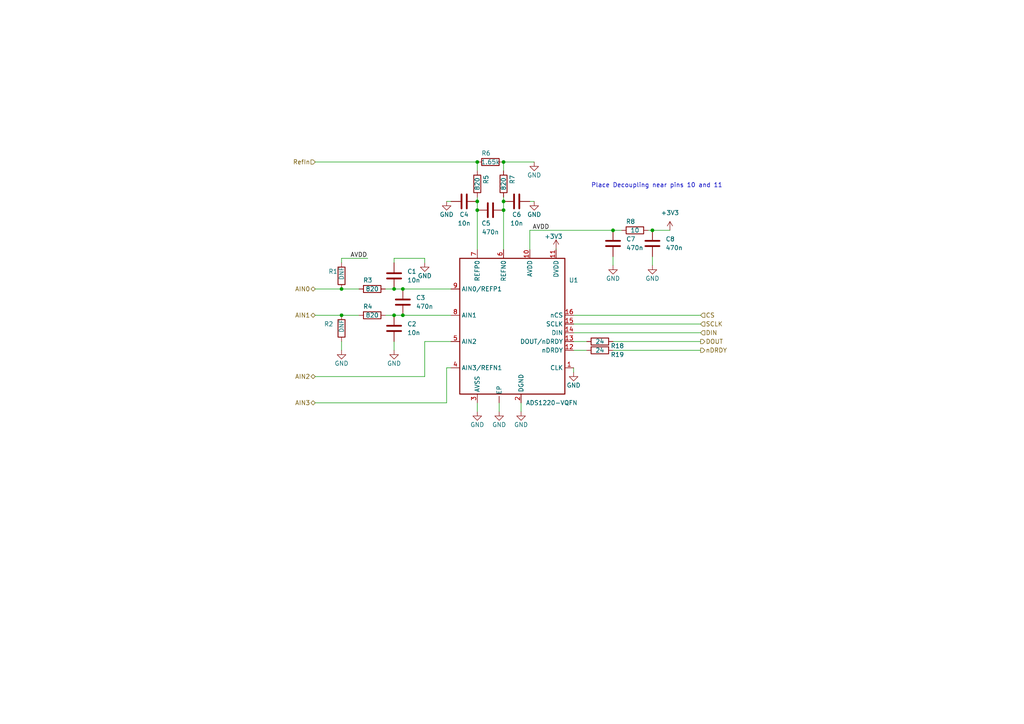
<source format=kicad_sch>
(kicad_sch (version 20230121) (generator eeschema)

  (uuid f8130196-590d-4e55-89ab-5974b036027f)

  (paper "A4")

  (lib_symbols
    (symbol "Device:C" (pin_numbers hide) (pin_names (offset 0.254)) (in_bom yes) (on_board yes)
      (property "Reference" "C" (at 0.635 2.54 0)
        (effects (font (size 1.27 1.27)) (justify left))
      )
      (property "Value" "C" (at 0.635 -2.54 0)
        (effects (font (size 1.27 1.27)) (justify left))
      )
      (property "Footprint" "" (at 0.9652 -3.81 0)
        (effects (font (size 1.27 1.27)) hide)
      )
      (property "Datasheet" "~" (at 0 0 0)
        (effects (font (size 1.27 1.27)) hide)
      )
      (property "ki_keywords" "cap capacitor" (at 0 0 0)
        (effects (font (size 1.27 1.27)) hide)
      )
      (property "ki_description" "Unpolarized capacitor" (at 0 0 0)
        (effects (font (size 1.27 1.27)) hide)
      )
      (property "ki_fp_filters" "C_*" (at 0 0 0)
        (effects (font (size 1.27 1.27)) hide)
      )
      (symbol "C_0_1"
        (polyline
          (pts
            (xy -2.032 -0.762)
            (xy 2.032 -0.762)
          )
          (stroke (width 0.508) (type default))
          (fill (type none))
        )
        (polyline
          (pts
            (xy -2.032 0.762)
            (xy 2.032 0.762)
          )
          (stroke (width 0.508) (type default))
          (fill (type none))
        )
      )
      (symbol "C_1_1"
        (pin passive line (at 0 3.81 270) (length 2.794)
          (name "~" (effects (font (size 1.27 1.27))))
          (number "1" (effects (font (size 1.27 1.27))))
        )
        (pin passive line (at 0 -3.81 90) (length 2.794)
          (name "~" (effects (font (size 1.27 1.27))))
          (number "2" (effects (font (size 1.27 1.27))))
        )
      )
    )
    (symbol "Device:R" (pin_numbers hide) (pin_names (offset 0)) (in_bom yes) (on_board yes)
      (property "Reference" "R" (at 2.032 0 90)
        (effects (font (size 1.27 1.27)))
      )
      (property "Value" "R" (at 0 0 90)
        (effects (font (size 1.27 1.27)))
      )
      (property "Footprint" "" (at -1.778 0 90)
        (effects (font (size 1.27 1.27)) hide)
      )
      (property "Datasheet" "~" (at 0 0 0)
        (effects (font (size 1.27 1.27)) hide)
      )
      (property "ki_keywords" "R res resistor" (at 0 0 0)
        (effects (font (size 1.27 1.27)) hide)
      )
      (property "ki_description" "Resistor" (at 0 0 0)
        (effects (font (size 1.27 1.27)) hide)
      )
      (property "ki_fp_filters" "R_*" (at 0 0 0)
        (effects (font (size 1.27 1.27)) hide)
      )
      (symbol "R_0_1"
        (rectangle (start -1.016 -2.54) (end 1.016 2.54)
          (stroke (width 0.254) (type default))
          (fill (type none))
        )
      )
      (symbol "R_1_1"
        (pin passive line (at 0 3.81 270) (length 1.27)
          (name "~" (effects (font (size 1.27 1.27))))
          (number "1" (effects (font (size 1.27 1.27))))
        )
        (pin passive line (at 0 -3.81 90) (length 1.27)
          (name "~" (effects (font (size 1.27 1.27))))
          (number "2" (effects (font (size 1.27 1.27))))
        )
      )
    )
    (symbol "NoSim:ADS1220-VQFN" (in_bom yes) (on_board yes)
      (property "Reference" "U" (at 33.02 36.83 0)
        (effects (font (size 1.27 1.27)))
      )
      (property "Value" "ADS1220-VQFN" (at 39.37 34.29 0)
        (effects (font (size 1.27 1.27)))
      )
      (property "Footprint" "" (at 1.27 -2.54 0)
        (effects (font (size 1.27 1.27)) hide)
      )
      (property "Datasheet" "" (at 1.27 -2.54 0)
        (effects (font (size 1.27 1.27)) hide)
      )
      (symbol "ADS1220-VQFN_0_1"
        (rectangle (start 0 39.37) (end 30.48 0)
          (stroke (width 0.3) (type default))
          (fill (type none))
        )
      )
      (symbol "ADS1220-VQFN_1_1"
        (pin input line (at 33.02 7.62 180) (length 2.54)
          (name "CLK" (effects (font (size 1.27 1.27))))
          (number "1" (effects (font (size 1.27 1.27))))
        )
        (pin power_in line (at 20.32 41.91 270) (length 2.54)
          (name "AVDD" (effects (font (size 1.27 1.27))))
          (number "10" (effects (font (size 1.27 1.27))))
        )
        (pin power_in line (at 27.94 41.91 270) (length 2.54)
          (name "DVDD" (effects (font (size 1.27 1.27))))
          (number "11" (effects (font (size 1.27 1.27))))
        )
        (pin output line (at 33.02 12.7 180) (length 2.54)
          (name "nDRDY" (effects (font (size 1.27 1.27))))
          (number "12" (effects (font (size 1.27 1.27))))
        )
        (pin output line (at 33.02 15.24 180) (length 2.54)
          (name "DOUT/nDRDY" (effects (font (size 1.27 1.27))))
          (number "13" (effects (font (size 1.27 1.27))))
        )
        (pin input line (at 33.02 17.78 180) (length 2.54)
          (name "DIN" (effects (font (size 1.27 1.27))))
          (number "14" (effects (font (size 1.27 1.27))))
        )
        (pin input line (at 33.02 20.32 180) (length 2.54)
          (name "SCLK" (effects (font (size 1.27 1.27))))
          (number "15" (effects (font (size 1.27 1.27))))
        )
        (pin input line (at 33.02 22.86 180) (length 2.54)
          (name "nCS" (effects (font (size 1.27 1.27))))
          (number "16" (effects (font (size 1.27 1.27))))
        )
        (pin passive line (at 11.43 -2.54 90) (length 1.9)
          (name "EP" (effects (font (size 1.27 1.27))))
          (number "17" (effects (font (size 0 0))))
        )
        (pin power_in line (at 17.78 -2.54 90) (length 2.54)
          (name "DGND" (effects (font (size 1.27 1.27))))
          (number "2" (effects (font (size 1.27 1.27))))
        )
        (pin power_in line (at 5.08 -2.54 90) (length 2.54)
          (name "AVSS" (effects (font (size 1.27 1.27))))
          (number "3" (effects (font (size 1.27 1.27))))
        )
        (pin bidirectional line (at -2.54 7.62 0) (length 2.54)
          (name "AIN3/REFN1" (effects (font (size 1.27 1.27))))
          (number "4" (effects (font (size 1.27 1.27))))
        )
        (pin bidirectional line (at -2.54 15.24 0) (length 2.54)
          (name "AIN2" (effects (font (size 1.27 1.27))))
          (number "5" (effects (font (size 1.27 1.27))))
        )
        (pin input line (at 12.7 41.91 270) (length 2.54)
          (name "REFN0" (effects (font (size 1.27 1.27))))
          (number "6" (effects (font (size 1.27 1.27))))
        )
        (pin input line (at 5.08 41.91 270) (length 2.54)
          (name "REFP0" (effects (font (size 1.27 1.27))))
          (number "7" (effects (font (size 1.27 1.27))))
        )
        (pin bidirectional line (at -2.54 22.86 0) (length 2.54)
          (name "AIN1" (effects (font (size 1.27 1.27))))
          (number "8" (effects (font (size 1.27 1.27))))
        )
        (pin bidirectional line (at -2.54 30.48 0) (length 2.54)
          (name "AIN0/REFP1" (effects (font (size 1.27 1.27))))
          (number "9" (effects (font (size 1.27 1.27))))
        )
      )
    )
    (symbol "power:+3V3" (power) (pin_names (offset 0)) (in_bom yes) (on_board yes)
      (property "Reference" "#PWR" (at 0 -3.81 0)
        (effects (font (size 1.27 1.27)) hide)
      )
      (property "Value" "+3V3" (at 0 3.556 0)
        (effects (font (size 1.27 1.27)))
      )
      (property "Footprint" "" (at 0 0 0)
        (effects (font (size 1.27 1.27)) hide)
      )
      (property "Datasheet" "" (at 0 0 0)
        (effects (font (size 1.27 1.27)) hide)
      )
      (property "ki_keywords" "power-flag" (at 0 0 0)
        (effects (font (size 1.27 1.27)) hide)
      )
      (property "ki_description" "Power symbol creates a global label with name \"+3V3\"" (at 0 0 0)
        (effects (font (size 1.27 1.27)) hide)
      )
      (symbol "+3V3_0_1"
        (polyline
          (pts
            (xy -0.762 1.27)
            (xy 0 2.54)
          )
          (stroke (width 0) (type default))
          (fill (type none))
        )
        (polyline
          (pts
            (xy 0 0)
            (xy 0 2.54)
          )
          (stroke (width 0) (type default))
          (fill (type none))
        )
        (polyline
          (pts
            (xy 0 2.54)
            (xy 0.762 1.27)
          )
          (stroke (width 0) (type default))
          (fill (type none))
        )
      )
      (symbol "+3V3_1_1"
        (pin power_in line (at 0 0 90) (length 0) hide
          (name "+3V3" (effects (font (size 1.27 1.27))))
          (number "1" (effects (font (size 1.27 1.27))))
        )
      )
    )
    (symbol "power:GND" (power) (pin_names (offset 0)) (in_bom yes) (on_board yes)
      (property "Reference" "#PWR" (at 0 -6.35 0)
        (effects (font (size 1.27 1.27)) hide)
      )
      (property "Value" "GND" (at 0 -3.81 0)
        (effects (font (size 1.27 1.27)))
      )
      (property "Footprint" "" (at 0 0 0)
        (effects (font (size 1.27 1.27)) hide)
      )
      (property "Datasheet" "" (at 0 0 0)
        (effects (font (size 1.27 1.27)) hide)
      )
      (property "ki_keywords" "power-flag" (at 0 0 0)
        (effects (font (size 1.27 1.27)) hide)
      )
      (property "ki_description" "Power symbol creates a global label with name \"GND\" , ground" (at 0 0 0)
        (effects (font (size 1.27 1.27)) hide)
      )
      (symbol "GND_0_1"
        (polyline
          (pts
            (xy 0 0)
            (xy 0 -1.27)
            (xy 1.27 -1.27)
            (xy 0 -2.54)
            (xy -1.27 -1.27)
            (xy 0 -1.27)
          )
          (stroke (width 0) (type default))
          (fill (type none))
        )
      )
      (symbol "GND_1_1"
        (pin power_in line (at 0 0 270) (length 0) hide
          (name "GND" (effects (font (size 1.27 1.27))))
          (number "1" (effects (font (size 1.27 1.27))))
        )
      )
    )
  )

  (junction (at 189.23 66.802) (diameter 0) (color 0 0 0 0)
    (uuid 2d617fad-47fe-4db9-836a-4bceb9c31c3b)
  )
  (junction (at 116.84 91.44) (diameter 0) (color 0 0 0 0)
    (uuid 2e36ce87-4661-4b8f-956a-16dc559e1b50)
  )
  (junction (at 177.8 66.802) (diameter 0) (color 0 0 0 0)
    (uuid 33fbee4f-0863-4149-ba96-7e4e4e03f4d3)
  )
  (junction (at 146.05 58.42) (diameter 0) (color 0 0 0 0)
    (uuid 4688ff87-8262-46f4-ad96-b5f4e529cfa9)
  )
  (junction (at 146.05 60.96) (diameter 0) (color 0 0 0 0)
    (uuid 4d3a1f72-d521-46ae-8fe1-3f8221038335)
  )
  (junction (at 138.43 60.96) (diameter 0) (color 0 0 0 0)
    (uuid 5b70b09b-6762-4725-9d48-805300c0bdc8)
  )
  (junction (at 116.84 83.82) (diameter 0) (color 0 0 0 0)
    (uuid 6316acb7-63a1-40e7-8695-2822d4a240b5)
  )
  (junction (at 114.3 83.82) (diameter 0) (color 0 0 0 0)
    (uuid 6ce41a48-c5e2-4d5f-8548-1c7b5c309a8a)
  )
  (junction (at 138.43 46.99) (diameter 0) (color 0 0 0 0)
    (uuid 6e9883d7-9642-4425-a248-b92a09f0624c)
  )
  (junction (at 146.05 46.99) (diameter 0) (color 0 0 0 0)
    (uuid 832b5a8c-7fe2-47ff-beee-cebf840750bb)
  )
  (junction (at 99.06 91.44) (diameter 0) (color 0 0 0 0)
    (uuid 843b53af-dd34-4db8-aa6b-5035b25affc7)
  )
  (junction (at 114.3 91.44) (diameter 0) (color 0 0 0 0)
    (uuid b66731e7-61d5-4447-bf6a-e91a62b82298)
  )
  (junction (at 99.06 83.82) (diameter 0) (color 0 0 0 0)
    (uuid c56bbebe-0c9a-418d-911e-b8ba7c53125d)
  )
  (junction (at 138.43 58.42) (diameter 0) (color 0 0 0 0)
    (uuid da337fe1-c322-4637-ad26-2622b82ac8ee)
  )

  (wire (pts (xy 114.3 74.93) (xy 123.19 74.93))
    (stroke (width 0) (type solid))
    (uuid 1276e93a-8aba-48fe-a119-5c49850aa548)
  )
  (wire (pts (xy 153.67 66.802) (xy 177.8 66.802))
    (stroke (width 0) (type default))
    (uuid 138e126f-0819-4043-8fbc-40894b5cbaf5)
  )
  (wire (pts (xy 166.37 106.68) (xy 166.37 107.95))
    (stroke (width 0) (type solid))
    (uuid 15c642f9-1dfc-44da-bda3-a1f64d515f2c)
  )
  (wire (pts (xy 99.06 99.06) (xy 99.06 101.6))
    (stroke (width 0) (type solid))
    (uuid 1cb7b7d3-fc12-44e9-9cfb-919ef19c1ff8)
  )
  (wire (pts (xy 129.54 58.42) (xy 130.81 58.42))
    (stroke (width 0) (type solid))
    (uuid 2269ee01-c3bb-4aae-9ad2-2547ab3278ac)
  )
  (wire (pts (xy 91.44 83.82) (xy 99.06 83.82))
    (stroke (width 0) (type solid))
    (uuid 26dba6ff-cf61-4c0c-bad5-562241a33413)
  )
  (wire (pts (xy 99.06 83.82) (xy 104.14 83.82))
    (stroke (width 0) (type solid))
    (uuid 26dba6ff-cf61-4c0c-bad5-562241a33414)
  )
  (wire (pts (xy 146.05 60.96) (xy 146.05 72.39))
    (stroke (width 0) (type solid))
    (uuid 2b8bb337-e97b-49bf-8086-6c45da9e1fc9)
  )
  (wire (pts (xy 146.05 57.15) (xy 146.05 58.42))
    (stroke (width 0) (type solid))
    (uuid 2b8bb337-e97b-49bf-8086-6c45da9e1fca)
  )
  (wire (pts (xy 146.05 58.42) (xy 146.05 60.96))
    (stroke (width 0) (type solid))
    (uuid 2b8bb337-e97b-49bf-8086-6c45da9e1fcb)
  )
  (wire (pts (xy 177.8 66.802) (xy 180.34 66.802))
    (stroke (width 0) (type default))
    (uuid 2e67e76d-c09c-4700-b0ae-937d329281af)
  )
  (wire (pts (xy 123.19 74.93) (xy 123.19 76.2))
    (stroke (width 0) (type default))
    (uuid 357aa510-2cc0-4ec7-be67-6dc15a218cca)
  )
  (wire (pts (xy 138.43 46.99) (xy 138.43 49.53))
    (stroke (width 0) (type solid))
    (uuid 36d9916b-6994-4836-b49c-8605e1a55791)
  )
  (wire (pts (xy 91.44 46.99) (xy 138.43 46.99))
    (stroke (width 0) (type solid))
    (uuid 3a32ad8e-c779-44aa-8605-3e36303c3c47)
  )
  (wire (pts (xy 111.76 91.44) (xy 114.3 91.44))
    (stroke (width 0) (type solid))
    (uuid 3ad737ee-1b15-416e-bbfe-0d7fdf0fbfd2)
  )
  (wire (pts (xy 114.3 91.44) (xy 116.84 91.44))
    (stroke (width 0) (type solid))
    (uuid 3ad737ee-1b15-416e-bbfe-0d7fdf0fbfd3)
  )
  (wire (pts (xy 153.67 66.802) (xy 153.67 72.39))
    (stroke (width 0) (type default))
    (uuid 400e7a9b-60fe-4cf2-8e58-f5ffaba02e75)
  )
  (wire (pts (xy 161.29 72.136) (xy 161.29 72.39))
    (stroke (width 0) (type default))
    (uuid 43873f96-ec24-4773-a281-ff180aa852f1)
  )
  (wire (pts (xy 114.3 74.93) (xy 114.3 76.2))
    (stroke (width 0) (type default))
    (uuid 58050e11-6303-45ff-9689-20c954c9a293)
  )
  (wire (pts (xy 177.8 74.422) (xy 177.8 76.962))
    (stroke (width 0) (type solid))
    (uuid 5bb0b14b-8580-43ef-90de-9a69646f1642)
  )
  (wire (pts (xy 189.23 74.422) (xy 189.23 76.962))
    (stroke (width 0) (type solid))
    (uuid 5d81458e-6f32-4179-a13a-bfbbeea46f2c)
  )
  (wire (pts (xy 111.76 83.82) (xy 114.3 83.82))
    (stroke (width 0) (type solid))
    (uuid 6550e30f-f03d-4f78-a2fc-c4569ed497d4)
  )
  (wire (pts (xy 114.3 83.82) (xy 116.84 83.82))
    (stroke (width 0) (type solid))
    (uuid 6550e30f-f03d-4f78-a2fc-c4569ed497d5)
  )
  (wire (pts (xy 146.05 46.99) (xy 154.94 46.99))
    (stroke (width 0) (type solid))
    (uuid 6998dffe-472f-492b-bc5b-cac8388a81e6)
  )
  (wire (pts (xy 189.23 66.802) (xy 194.31 66.802))
    (stroke (width 0) (type solid))
    (uuid 6ae16b51-c2e5-4d7a-8026-727739dc120d)
  )
  (wire (pts (xy 187.96 66.802) (xy 189.23 66.802))
    (stroke (width 0) (type solid))
    (uuid 6ae16b51-c2e5-4d7a-8026-727739dc120e)
  )
  (wire (pts (xy 91.44 109.22) (xy 123.19 109.22))
    (stroke (width 0) (type solid))
    (uuid 71dac473-cb7c-4213-b716-3dd6558645ee)
  )
  (wire (pts (xy 123.19 99.06) (xy 123.19 109.22))
    (stroke (width 0) (type solid))
    (uuid 71dac473-cb7c-4213-b716-3dd6558645ef)
  )
  (wire (pts (xy 130.81 99.06) (xy 123.19 99.06))
    (stroke (width 0) (type solid))
    (uuid 71dac473-cb7c-4213-b716-3dd6558645f0)
  )
  (wire (pts (xy 166.37 96.52) (xy 203.2 96.52))
    (stroke (width 0) (type solid))
    (uuid 8029c576-4ab6-4e78-8f70-5eddb06f56b7)
  )
  (wire (pts (xy 166.37 99.06) (xy 170.18 99.06))
    (stroke (width 0) (type solid))
    (uuid 80512a37-3a80-4ad4-b601-2f5470e189d6)
  )
  (wire (pts (xy 177.8 99.06) (xy 203.2 99.06))
    (stroke (width 0) (type solid))
    (uuid 80512a37-3a80-4ad4-b601-2f5470e189d7)
  )
  (wire (pts (xy 166.37 101.6) (xy 170.18 101.6))
    (stroke (width 0) (type solid))
    (uuid 8230fb98-1d16-4a75-a7ca-38575be01992)
  )
  (wire (pts (xy 177.8 101.6) (xy 203.2 101.6))
    (stroke (width 0) (type solid))
    (uuid 8230fb98-1d16-4a75-a7ca-38575be01993)
  )
  (wire (pts (xy 116.84 83.82) (xy 130.81 83.82))
    (stroke (width 0) (type solid))
    (uuid 8364c350-7fbb-4c98-85bf-1db9d90471ce)
  )
  (wire (pts (xy 166.37 91.44) (xy 203.2 91.44))
    (stroke (width 0) (type solid))
    (uuid 8a93a1d5-d03e-4a9d-8e02-0e6f00ce3e18)
  )
  (wire (pts (xy 116.84 91.44) (xy 130.81 91.44))
    (stroke (width 0) (type solid))
    (uuid 8b0aa735-5d58-4591-b267-89e26585637c)
  )
  (wire (pts (xy 138.43 116.84) (xy 138.43 119.38))
    (stroke (width 0) (type solid))
    (uuid 8de9a368-fe3a-40d6-96c3-e9c00dec3ff6)
  )
  (wire (pts (xy 144.78 116.84) (xy 144.78 119.38))
    (stroke (width 0) (type solid))
    (uuid a78a2b98-33eb-4a34-8780-cbbbecead255)
  )
  (wire (pts (xy 153.67 58.42) (xy 154.94 58.42))
    (stroke (width 0) (type solid))
    (uuid aed26936-da68-439e-ad45-858bb2f89e43)
  )
  (wire (pts (xy 138.43 60.96) (xy 138.43 72.39))
    (stroke (width 0) (type solid))
    (uuid b18ab537-b51a-4114-9dbd-3dac066aa32a)
  )
  (wire (pts (xy 138.43 58.42) (xy 138.43 60.96))
    (stroke (width 0) (type solid))
    (uuid b18ab537-b51a-4114-9dbd-3dac066aa32b)
  )
  (wire (pts (xy 138.43 57.15) (xy 138.43 58.42))
    (stroke (width 0) (type solid))
    (uuid b18ab537-b51a-4114-9dbd-3dac066aa32c)
  )
  (wire (pts (xy 146.05 46.99) (xy 146.05 49.53))
    (stroke (width 0) (type solid))
    (uuid be6f4b81-21a9-42fe-b2d2-e65b15b8c602)
  )
  (wire (pts (xy 129.54 106.68) (xy 130.81 106.68))
    (stroke (width 0) (type solid))
    (uuid c10dbdec-fa75-49af-8a6f-4dd4e0949d78)
  )
  (wire (pts (xy 91.44 116.84) (xy 129.54 116.84))
    (stroke (width 0) (type solid))
    (uuid c10dbdec-fa75-49af-8a6f-4dd4e0949d79)
  )
  (wire (pts (xy 129.54 116.84) (xy 129.54 106.68))
    (stroke (width 0) (type solid))
    (uuid c10dbdec-fa75-49af-8a6f-4dd4e0949d7a)
  )
  (wire (pts (xy 114.3 99.06) (xy 114.3 101.6))
    (stroke (width 0) (type solid))
    (uuid cce6c7f4-1621-42c0-8ff8-5707b978ea5c)
  )
  (wire (pts (xy 151.13 116.84) (xy 151.13 119.38))
    (stroke (width 0) (type solid))
    (uuid d212bcad-782b-4830-9c91-02e5058419cd)
  )
  (wire (pts (xy 91.44 91.44) (xy 99.06 91.44))
    (stroke (width 0) (type solid))
    (uuid e863e504-851e-4167-a548-7ef416f2b011)
  )
  (wire (pts (xy 99.06 91.44) (xy 104.14 91.44))
    (stroke (width 0) (type solid))
    (uuid e863e504-851e-4167-a548-7ef416f2b012)
  )
  (wire (pts (xy 166.37 93.98) (xy 203.2 93.98))
    (stroke (width 0) (type solid))
    (uuid ead6f9b7-3f35-4a36-9bc4-bbbcd8d1b754)
  )
  (wire (pts (xy 99.06 76.2) (xy 99.06 74.93))
    (stroke (width 0) (type solid))
    (uuid f82d1f8f-33c5-4c51-94d8-7db9b2757eb7)
  )
  (wire (pts (xy 99.06 74.93) (xy 106.68 74.93))
    (stroke (width 0) (type solid))
    (uuid f82d1f8f-33c5-4c51-94d8-7db9b2757eb8)
  )

  (text "Place Decoupling near pins 10 and 11" (at 171.45 54.61 0)
    (effects (font (size 1.27 1.27)) (justify left bottom))
    (uuid d9ec1405-a15c-4ede-93be-091a34fdd93e)
  )

  (label "AVDD" (at 101.6 74.93 0) (fields_autoplaced)
    (effects (font (size 1.27 1.27)) (justify left bottom))
    (uuid 4c15895f-2625-4a82-b5cc-c232c14da983)
  )
  (label "AVDD" (at 154.432 66.802 0) (fields_autoplaced)
    (effects (font (size 1.27 1.27)) (justify left bottom))
    (uuid ef639e1a-3e07-4863-8125-855b7e31fe69)
  )

  (hierarchical_label "SCLK" (shape input) (at 203.2 93.98 0) (fields_autoplaced)
    (effects (font (size 1.27 1.27)) (justify left))
    (uuid 0a853fa6-7e60-4c7f-8e93-fb8748233716)
  )
  (hierarchical_label "AIN2" (shape bidirectional) (at 91.44 109.22 180) (fields_autoplaced)
    (effects (font (size 1.27 1.27)) (justify right))
    (uuid 14478b18-f785-4feb-971b-2b811586b568)
  )
  (hierarchical_label "nDRDY" (shape output) (at 203.2 101.6 0) (fields_autoplaced)
    (effects (font (size 1.27 1.27)) (justify left))
    (uuid 2b27de42-efe1-4ac8-8ca8-39fe1d9b16f7)
  )
  (hierarchical_label "RefIn" (shape input) (at 91.44 46.99 180) (fields_autoplaced)
    (effects (font (size 1.27 1.27)) (justify right))
    (uuid 4bffab13-106d-4566-babe-efc790a03227)
  )
  (hierarchical_label "AIN3" (shape bidirectional) (at 91.44 116.84 180) (fields_autoplaced)
    (effects (font (size 1.27 1.27)) (justify right))
    (uuid 72cace91-4542-4a0c-95ce-c0d1663527bc)
  )
  (hierarchical_label "AIN0" (shape bidirectional) (at 91.44 83.82 180) (fields_autoplaced)
    (effects (font (size 1.27 1.27)) (justify right))
    (uuid 89472111-f2f7-45f0-80b0-cf7f9433f5f9)
  )
  (hierarchical_label "CS" (shape input) (at 203.2 91.44 0) (fields_autoplaced)
    (effects (font (size 1.27 1.27)) (justify left))
    (uuid a159c44b-fdef-4f96-b6f7-ce6ea7bc2bfe)
  )
  (hierarchical_label "DIN" (shape input) (at 203.2 96.52 0) (fields_autoplaced)
    (effects (font (size 1.27 1.27)) (justify left))
    (uuid aa0d5c66-3757-4a06-8ee1-c454a54df0bc)
  )
  (hierarchical_label "AIN1" (shape bidirectional) (at 91.44 91.44 180) (fields_autoplaced)
    (effects (font (size 1.27 1.27)) (justify right))
    (uuid c51cbc4e-ba98-4fb6-aa11-97f94db9b81d)
  )
  (hierarchical_label "DOUT" (shape output) (at 203.2 99.06 0) (fields_autoplaced)
    (effects (font (size 1.27 1.27)) (justify left))
    (uuid d114d34a-366a-428b-8838-90f317dafaac)
  )

  (symbol (lib_id "power:+3V3") (at 161.29 72.136 0) (unit 1)
    (in_bom yes) (on_board yes) (dnp no)
    (uuid 021f26ce-9c5f-445b-8496-5d3adf7119b5)
    (property "Reference" "#PWR0106" (at 161.29 75.946 0)
      (effects (font (size 1.27 1.27)) hide)
    )
    (property "Value" "+3V3" (at 160.528 68.58 0)
      (effects (font (size 1.27 1.27)))
    )
    (property "Footprint" "" (at 161.29 72.136 0)
      (effects (font (size 1.27 1.27)) hide)
    )
    (property "Datasheet" "" (at 161.29 72.136 0)
      (effects (font (size 1.27 1.27)) hide)
    )
    (pin "1" (uuid ac551ad5-f394-434e-9b1e-a8fc0d9f76af))
    (instances
      (project "Thermal-Mint-HW"
        (path "/7dad3818-f54b-4af4-a4f7-79b6852b1ec8/60a0ac22-a2c4-49bb-9850-4c124eae32e8"
          (reference "#PWR0106") (unit 1)
        )
        (path "/7dad3818-f54b-4af4-a4f7-79b6852b1ec8/7b8bd6c3-114a-433d-a8eb-051e0acf6c68"
          (reference "#PWR0108") (unit 1)
        )
      )
    )
  )

  (symbol (lib_id "power:GND") (at 123.19 76.2 0) (unit 1)
    (in_bom yes) (on_board yes) (dnp no)
    (uuid 066cf347-4a1d-40be-94b2-264d5a658703)
    (property "Reference" "#PWR03" (at 123.19 82.55 0)
      (effects (font (size 1.27 1.27)) hide)
    )
    (property "Value" "GND" (at 123.19 80.01 0)
      (effects (font (size 1.27 1.27)))
    )
    (property "Footprint" "" (at 123.19 76.2 0)
      (effects (font (size 1.27 1.27)) hide)
    )
    (property "Datasheet" "" (at 123.19 76.2 0)
      (effects (font (size 1.27 1.27)) hide)
    )
    (pin "1" (uuid 8e149cdd-974f-4386-807a-0abdc96735a6))
    (instances
      (project "Thermal-Mint-HW"
        (path "/7dad3818-f54b-4af4-a4f7-79b6852b1ec8/60a0ac22-a2c4-49bb-9850-4c124eae32e8"
          (reference "#PWR03") (unit 1)
        )
        (path "/7dad3818-f54b-4af4-a4f7-79b6852b1ec8/7b8bd6c3-114a-433d-a8eb-051e0acf6c68"
          (reference "#PWR014") (unit 1)
        )
      )
    )
  )

  (symbol (lib_id "Device:R") (at 142.24 46.99 90) (unit 1)
    (in_bom yes) (on_board yes) (dnp no)
    (uuid 0f257978-9a83-48dc-92b9-bb51f4f85f83)
    (property "Reference" "R6" (at 140.97 44.45 90)
      (effects (font (size 1.27 1.27)))
    )
    (property "Value" "1.65k" (at 142.24 46.99 90)
      (effects (font (size 1.27 1.27)))
    )
    (property "Footprint" "Resistor_SMD:R_0603_1608Metric_Pad0.98x0.95mm_HandSolder" (at 142.24 48.768 90)
      (effects (font (size 1.27 1.27)) hide)
    )
    (property "Datasheet" "~" (at 142.24 46.99 0)
      (effects (font (size 1.27 1.27)) hide)
    )
    (pin "1" (uuid 6f77244b-57e7-432d-b061-9d4a1be6c5ab))
    (pin "2" (uuid 6335b2cb-07c6-4d27-b84f-44a8894530f5))
    (instances
      (project "Thermal-Mint-HW"
        (path "/7dad3818-f54b-4af4-a4f7-79b6852b1ec8/60a0ac22-a2c4-49bb-9850-4c124eae32e8"
          (reference "R6") (unit 1)
        )
        (path "/7dad3818-f54b-4af4-a4f7-79b6852b1ec8/7b8bd6c3-114a-433d-a8eb-051e0acf6c68"
          (reference "R14") (unit 1)
        )
      )
    )
  )

  (symbol (lib_id "power:GND") (at 99.06 101.6 0) (unit 1)
    (in_bom yes) (on_board yes) (dnp no)
    (uuid 13e74e37-50e9-45d2-a6d0-2c29fe6a4d54)
    (property "Reference" "#PWR01" (at 99.06 107.95 0)
      (effects (font (size 1.27 1.27)) hide)
    )
    (property "Value" "GND" (at 99.06 105.41 0)
      (effects (font (size 1.27 1.27)))
    )
    (property "Footprint" "" (at 99.06 101.6 0)
      (effects (font (size 1.27 1.27)) hide)
    )
    (property "Datasheet" "" (at 99.06 101.6 0)
      (effects (font (size 1.27 1.27)) hide)
    )
    (pin "1" (uuid 14c074ad-427b-441d-b18d-a293f732c796))
    (instances
      (project "Thermal-Mint-HW"
        (path "/7dad3818-f54b-4af4-a4f7-79b6852b1ec8/60a0ac22-a2c4-49bb-9850-4c124eae32e8"
          (reference "#PWR01") (unit 1)
        )
        (path "/7dad3818-f54b-4af4-a4f7-79b6852b1ec8/7b8bd6c3-114a-433d-a8eb-051e0acf6c68"
          (reference "#PWR012") (unit 1)
        )
      )
    )
  )

  (symbol (lib_id "Device:C") (at 116.84 87.63 0) (unit 1)
    (in_bom yes) (on_board yes) (dnp no) (fields_autoplaced)
    (uuid 223dc4a1-0c28-4150-a68a-4b1fec6698ea)
    (property "Reference" "C3" (at 120.65 86.3599 0)
      (effects (font (size 1.27 1.27)) (justify left))
    )
    (property "Value" "470n" (at 120.65 88.8999 0)
      (effects (font (size 1.27 1.27)) (justify left))
    )
    (property "Footprint" "Capacitor_SMD:C_0603_1608Metric_Pad1.08x0.95mm_HandSolder" (at 117.8052 91.44 0)
      (effects (font (size 1.27 1.27)) hide)
    )
    (property "Datasheet" "~" (at 116.84 87.63 0)
      (effects (font (size 1.27 1.27)) hide)
    )
    (pin "1" (uuid 269dbeb2-f441-4c18-a0a9-3780bc8c1e74))
    (pin "2" (uuid 9bedf222-d9b0-416c-9da3-8cc0d6317cdd))
    (instances
      (project "Thermal-Mint-HW"
        (path "/7dad3818-f54b-4af4-a4f7-79b6852b1ec8/60a0ac22-a2c4-49bb-9850-4c124eae32e8"
          (reference "C3") (unit 1)
        )
        (path "/7dad3818-f54b-4af4-a4f7-79b6852b1ec8/7b8bd6c3-114a-433d-a8eb-051e0acf6c68"
          (reference "C11") (unit 1)
        )
      )
    )
  )

  (symbol (lib_id "Device:R") (at 184.15 66.802 90) (unit 1)
    (in_bom yes) (on_board yes) (dnp no)
    (uuid 2d1e7956-a449-41f0-b052-0e25a99b913b)
    (property "Reference" "R8" (at 182.88 64.262 90)
      (effects (font (size 1.27 1.27)))
    )
    (property "Value" "10" (at 184.15 66.802 90)
      (effects (font (size 1.27 1.27)))
    )
    (property "Footprint" "Resistor_SMD:R_0603_1608Metric_Pad0.98x0.95mm_HandSolder" (at 184.15 68.58 90)
      (effects (font (size 1.27 1.27)) hide)
    )
    (property "Datasheet" "~" (at 184.15 66.802 0)
      (effects (font (size 1.27 1.27)) hide)
    )
    (pin "1" (uuid dd701530-5b49-431b-b129-2046240e611b))
    (pin "2" (uuid ad0fd33b-4c3c-4085-8f83-b5d7f0952fe8))
    (instances
      (project "Thermal-Mint-HW"
        (path "/7dad3818-f54b-4af4-a4f7-79b6852b1ec8/60a0ac22-a2c4-49bb-9850-4c124eae32e8"
          (reference "R8") (unit 1)
        )
        (path "/7dad3818-f54b-4af4-a4f7-79b6852b1ec8/7b8bd6c3-114a-433d-a8eb-051e0acf6c68"
          (reference "R16") (unit 1)
        )
      )
    )
  )

  (symbol (lib_id "power:GND") (at 138.43 119.38 0) (unit 1)
    (in_bom yes) (on_board yes) (dnp no)
    (uuid 32b2d348-f6ea-433b-87b8-6801a6185d69)
    (property "Reference" "#PWR05" (at 138.43 125.73 0)
      (effects (font (size 1.27 1.27)) hide)
    )
    (property "Value" "GND" (at 138.43 123.19 0)
      (effects (font (size 1.27 1.27)))
    )
    (property "Footprint" "" (at 138.43 119.38 0)
      (effects (font (size 1.27 1.27)) hide)
    )
    (property "Datasheet" "" (at 138.43 119.38 0)
      (effects (font (size 1.27 1.27)) hide)
    )
    (pin "1" (uuid eae9c156-135e-48dc-99d3-f45612e57ca2))
    (instances
      (project "Thermal-Mint-HW"
        (path "/7dad3818-f54b-4af4-a4f7-79b6852b1ec8/60a0ac22-a2c4-49bb-9850-4c124eae32e8"
          (reference "#PWR05") (unit 1)
        )
        (path "/7dad3818-f54b-4af4-a4f7-79b6852b1ec8/7b8bd6c3-114a-433d-a8eb-051e0acf6c68"
          (reference "#PWR016") (unit 1)
        )
      )
    )
  )

  (symbol (lib_id "Device:R") (at 107.95 91.44 90) (unit 1)
    (in_bom yes) (on_board yes) (dnp no)
    (uuid 34c64634-05cf-419b-8341-79fc6ec5f3d4)
    (property "Reference" "R4" (at 106.68 88.9 90)
      (effects (font (size 1.27 1.27)))
    )
    (property "Value" "820" (at 107.95 91.44 90)
      (effects (font (size 1.27 1.27)))
    )
    (property "Footprint" "Resistor_SMD:R_0603_1608Metric_Pad0.98x0.95mm_HandSolder" (at 107.95 93.218 90)
      (effects (font (size 1.27 1.27)) hide)
    )
    (property "Datasheet" "~" (at 107.95 91.44 0)
      (effects (font (size 1.27 1.27)) hide)
    )
    (pin "1" (uuid 844465b9-c537-4312-b9c3-d3802e6c4bcd))
    (pin "2" (uuid 6b118e01-af92-4c85-98d5-1579846dc612))
    (instances
      (project "Thermal-Mint-HW"
        (path "/7dad3818-f54b-4af4-a4f7-79b6852b1ec8/60a0ac22-a2c4-49bb-9850-4c124eae32e8"
          (reference "R4") (unit 1)
        )
        (path "/7dad3818-f54b-4af4-a4f7-79b6852b1ec8/7b8bd6c3-114a-433d-a8eb-051e0acf6c68"
          (reference "R12") (unit 1)
        )
      )
    )
  )

  (symbol (lib_id "Device:C") (at 134.62 58.42 270) (unit 1)
    (in_bom yes) (on_board yes) (dnp no)
    (uuid 3ec59101-37fe-4c12-8781-f8a6d85b0b45)
    (property "Reference" "C4" (at 134.62 62.23 90)
      (effects (font (size 1.27 1.27)))
    )
    (property "Value" "10n" (at 134.62 64.77 90)
      (effects (font (size 1.27 1.27)))
    )
    (property "Footprint" "Capacitor_SMD:C_0603_1608Metric_Pad1.08x0.95mm_HandSolder" (at 130.81 59.3852 0)
      (effects (font (size 1.27 1.27)) hide)
    )
    (property "Datasheet" "~" (at 134.62 58.42 0)
      (effects (font (size 1.27 1.27)) hide)
    )
    (pin "1" (uuid 3038f14a-2804-4cdf-bd7f-0ed24821130f))
    (pin "2" (uuid a4feb9db-4fde-4968-b87e-971945cfa255))
    (instances
      (project "Thermal-Mint-HW"
        (path "/7dad3818-f54b-4af4-a4f7-79b6852b1ec8/60a0ac22-a2c4-49bb-9850-4c124eae32e8"
          (reference "C4") (unit 1)
        )
        (path "/7dad3818-f54b-4af4-a4f7-79b6852b1ec8/7b8bd6c3-114a-433d-a8eb-051e0acf6c68"
          (reference "C12") (unit 1)
        )
      )
    )
  )

  (symbol (lib_id "power:GND") (at 144.78 119.38 0) (unit 1)
    (in_bom yes) (on_board yes) (dnp no)
    (uuid 403ec8ab-20a3-41b6-863b-9aaf29a32341)
    (property "Reference" "#PWR0101" (at 144.78 125.73 0)
      (effects (font (size 1.27 1.27)) hide)
    )
    (property "Value" "GND" (at 144.78 123.19 0)
      (effects (font (size 1.27 1.27)))
    )
    (property "Footprint" "" (at 144.78 119.38 0)
      (effects (font (size 1.27 1.27)) hide)
    )
    (property "Datasheet" "" (at 144.78 119.38 0)
      (effects (font (size 1.27 1.27)) hide)
    )
    (pin "1" (uuid 588f331a-d579-4130-9dad-afd67ecc6f00))
    (instances
      (project "Thermal-Mint-HW"
        (path "/7dad3818-f54b-4af4-a4f7-79b6852b1ec8/60a0ac22-a2c4-49bb-9850-4c124eae32e8"
          (reference "#PWR0101") (unit 1)
        )
        (path "/7dad3818-f54b-4af4-a4f7-79b6852b1ec8/7b8bd6c3-114a-433d-a8eb-051e0acf6c68"
          (reference "#PWR0102") (unit 1)
        )
      )
    )
  )

  (symbol (lib_id "Device:C") (at 114.3 95.25 0) (unit 1)
    (in_bom yes) (on_board yes) (dnp no) (fields_autoplaced)
    (uuid 43d1bf86-21e1-492e-8286-82c1ef14842b)
    (property "Reference" "C2" (at 118.11 93.9799 0)
      (effects (font (size 1.27 1.27)) (justify left))
    )
    (property "Value" "10n" (at 118.11 96.5199 0)
      (effects (font (size 1.27 1.27)) (justify left))
    )
    (property "Footprint" "Capacitor_SMD:C_0603_1608Metric_Pad1.08x0.95mm_HandSolder" (at 115.2652 99.06 0)
      (effects (font (size 1.27 1.27)) hide)
    )
    (property "Datasheet" "~" (at 114.3 95.25 0)
      (effects (font (size 1.27 1.27)) hide)
    )
    (pin "1" (uuid 7e5c68c3-3b9d-4038-bd61-40e00abadc0d))
    (pin "2" (uuid d1838b93-aaa0-4d45-836f-b6760c5b9573))
    (instances
      (project "Thermal-Mint-HW"
        (path "/7dad3818-f54b-4af4-a4f7-79b6852b1ec8/60a0ac22-a2c4-49bb-9850-4c124eae32e8"
          (reference "C2") (unit 1)
        )
        (path "/7dad3818-f54b-4af4-a4f7-79b6852b1ec8/7b8bd6c3-114a-433d-a8eb-051e0acf6c68"
          (reference "C10") (unit 1)
        )
      )
    )
  )

  (symbol (lib_id "power:GND") (at 177.8 76.962 0) (unit 1)
    (in_bom yes) (on_board yes) (dnp no)
    (uuid 530a29d0-0a62-4335-9da1-677508cc0410)
    (property "Reference" "#PWR010" (at 177.8 83.312 0)
      (effects (font (size 1.27 1.27)) hide)
    )
    (property "Value" "GND" (at 177.8 80.772 0)
      (effects (font (size 1.27 1.27)))
    )
    (property "Footprint" "" (at 177.8 76.962 0)
      (effects (font (size 1.27 1.27)) hide)
    )
    (property "Datasheet" "" (at 177.8 76.962 0)
      (effects (font (size 1.27 1.27)) hide)
    )
    (pin "1" (uuid 9ea081ea-a450-4451-be6d-652fed60f9f3))
    (instances
      (project "Thermal-Mint-HW"
        (path "/7dad3818-f54b-4af4-a4f7-79b6852b1ec8/60a0ac22-a2c4-49bb-9850-4c124eae32e8"
          (reference "#PWR010") (unit 1)
        )
        (path "/7dad3818-f54b-4af4-a4f7-79b6852b1ec8/7b8bd6c3-114a-433d-a8eb-051e0acf6c68"
          (reference "#PWR021") (unit 1)
        )
      )
    )
  )

  (symbol (lib_id "power:GND") (at 166.37 107.95 0) (unit 1)
    (in_bom yes) (on_board yes) (dnp no)
    (uuid 661cae82-1534-4e45-b3d5-5026cffb8ae3)
    (property "Reference" "#PWR09" (at 166.37 114.3 0)
      (effects (font (size 1.27 1.27)) hide)
    )
    (property "Value" "GND" (at 166.37 111.76 0)
      (effects (font (size 1.27 1.27)))
    )
    (property "Footprint" "" (at 166.37 107.95 0)
      (effects (font (size 1.27 1.27)) hide)
    )
    (property "Datasheet" "" (at 166.37 107.95 0)
      (effects (font (size 1.27 1.27)) hide)
    )
    (pin "1" (uuid e2913a73-6fa6-46b1-9f8e-13498f48b2d2))
    (instances
      (project "Thermal-Mint-HW"
        (path "/7dad3818-f54b-4af4-a4f7-79b6852b1ec8/60a0ac22-a2c4-49bb-9850-4c124eae32e8"
          (reference "#PWR09") (unit 1)
        )
        (path "/7dad3818-f54b-4af4-a4f7-79b6852b1ec8/7b8bd6c3-114a-433d-a8eb-051e0acf6c68"
          (reference "#PWR020") (unit 1)
        )
      )
    )
  )

  (symbol (lib_id "NoSim:ADS1220-VQFN") (at 133.35 114.3 0) (unit 1)
    (in_bom yes) (on_board yes) (dnp no)
    (uuid 758fbb26-35e0-4d82-b17a-b13eb43057a4)
    (property "Reference" "U1" (at 166.37 81.28 0)
      (effects (font (size 1.27 1.27)))
    )
    (property "Value" "ADS1220-VQFN" (at 160.02 116.84 0)
      (effects (font (size 1.27 1.27)))
    )
    (property "Footprint" "CH:QFN-16_EP_3.5x3.5_Pitch0.5mm" (at 134.62 116.84 0)
      (effects (font (size 1.27 1.27)) hide)
    )
    (property "Datasheet" "" (at 134.62 116.84 0)
      (effects (font (size 1.27 1.27)) hide)
    )
    (pin "1" (uuid 4c0f03e9-fcde-4651-b16a-114f0009aaa7))
    (pin "10" (uuid 118c856b-410c-448b-90c5-f4b5da6398e0))
    (pin "11" (uuid bdf6f0e4-edee-4f0d-b6ca-caa57dbe16fc))
    (pin "12" (uuid b06d94cb-6b46-4981-bed4-709ec3b620d3))
    (pin "13" (uuid 757d5cf2-57b0-4a3e-85c4-f352ac00290f))
    (pin "14" (uuid a4f884be-c818-42ca-a5c3-e545cab3dbdc))
    (pin "15" (uuid 0526789e-3825-411a-9e27-5628aecb70fb))
    (pin "16" (uuid ed733121-b7cf-4737-8822-76922c01dd31))
    (pin "17" (uuid d7856338-42b3-4d90-ac55-fb3f1f49247c))
    (pin "2" (uuid 01388c5d-a8bc-4290-bdf8-6496c60314af))
    (pin "3" (uuid 74a3aa09-f163-4eaa-9517-8b2dc8fc279d))
    (pin "4" (uuid 4e7415c9-f64d-4d63-b762-2a2e48eb8eaf))
    (pin "5" (uuid 9a3504d5-0c4b-4a4d-94f4-61e5d87bf704))
    (pin "6" (uuid 059765a7-e4e4-457d-a4b7-17af3eaeeb37))
    (pin "7" (uuid f4d1eed2-2c81-48f9-a985-88d83f47d451))
    (pin "8" (uuid 32488e51-98ca-4e5b-a10c-496a60a19761))
    (pin "9" (uuid ad2ae01f-d419-47c7-988c-5e1b6f0a5fee))
    (instances
      (project "Thermal-Mint-HW"
        (path "/7dad3818-f54b-4af4-a4f7-79b6852b1ec8/60a0ac22-a2c4-49bb-9850-4c124eae32e8"
          (reference "U1") (unit 1)
        )
        (path "/7dad3818-f54b-4af4-a4f7-79b6852b1ec8/7b8bd6c3-114a-433d-a8eb-051e0acf6c68"
          (reference "U2") (unit 1)
        )
      )
    )
  )

  (symbol (lib_id "Device:R") (at 173.99 99.06 90) (unit 1)
    (in_bom yes) (on_board yes) (dnp no)
    (uuid 78cbc161-81a1-47f6-9f1d-bf56fd81ceeb)
    (property "Reference" "R18" (at 179.07 100.33 90)
      (effects (font (size 1.27 1.27)))
    )
    (property "Value" "24" (at 173.99 99.06 90)
      (effects (font (size 1.27 1.27)))
    )
    (property "Footprint" "Resistor_SMD:R_0603_1608Metric_Pad0.98x0.95mm_HandSolder" (at 173.99 100.838 90)
      (effects (font (size 1.27 1.27)) hide)
    )
    (property "Datasheet" "~" (at 173.99 99.06 0)
      (effects (font (size 1.27 1.27)) hide)
    )
    (pin "1" (uuid f33d7ba8-a71d-4633-987a-2614b8d6166d))
    (pin "2" (uuid bf87d0b4-018a-4f54-8403-6ff0d697d8ed))
    (instances
      (project "Thermal-Mint-HW"
        (path "/7dad3818-f54b-4af4-a4f7-79b6852b1ec8/60a0ac22-a2c4-49bb-9850-4c124eae32e8"
          (reference "R18") (unit 1)
        )
        (path "/7dad3818-f54b-4af4-a4f7-79b6852b1ec8/7b8bd6c3-114a-433d-a8eb-051e0acf6c68"
          (reference "R20") (unit 1)
        )
      )
    )
  )

  (symbol (lib_id "Device:R") (at 99.06 80.01 0) (unit 1)
    (in_bom yes) (on_board yes) (dnp no)
    (uuid 7c32f7f1-6237-4044-a271-011bd5bf6812)
    (property "Reference" "R1" (at 95.25 78.7399 0)
      (effects (font (size 1.27 1.27)) (justify left))
    )
    (property "Value" "DNF" (at 99.06 81.2799 90)
      (effects (font (size 1.27 1.27)) (justify left))
    )
    (property "Footprint" "Resistor_SMD:R_0603_1608Metric_Pad0.98x0.95mm_HandSolder" (at 97.282 80.01 90)
      (effects (font (size 1.27 1.27)) hide)
    )
    (property "Datasheet" "~" (at 99.06 80.01 0)
      (effects (font (size 1.27 1.27)) hide)
    )
    (pin "1" (uuid 8b40b835-1572-413d-a8af-e7a693aeb084))
    (pin "2" (uuid ccbcfbca-7090-4d16-a7a5-6332b40ff36e))
    (instances
      (project "Thermal-Mint-HW"
        (path "/7dad3818-f54b-4af4-a4f7-79b6852b1ec8/60a0ac22-a2c4-49bb-9850-4c124eae32e8"
          (reference "R1") (unit 1)
        )
        (path "/7dad3818-f54b-4af4-a4f7-79b6852b1ec8/7b8bd6c3-114a-433d-a8eb-051e0acf6c68"
          (reference "R9") (unit 1)
        )
      )
    )
  )

  (symbol (lib_id "power:GND") (at 189.23 76.962 0) (unit 1)
    (in_bom yes) (on_board yes) (dnp no)
    (uuid 7eb463a4-6162-4f6f-ad44-a7d8c60d8b34)
    (property "Reference" "#PWR011" (at 189.23 83.312 0)
      (effects (font (size 1.27 1.27)) hide)
    )
    (property "Value" "GND" (at 189.23 80.772 0)
      (effects (font (size 1.27 1.27)))
    )
    (property "Footprint" "" (at 189.23 76.962 0)
      (effects (font (size 1.27 1.27)) hide)
    )
    (property "Datasheet" "" (at 189.23 76.962 0)
      (effects (font (size 1.27 1.27)) hide)
    )
    (pin "1" (uuid 061e0ba2-da5a-4088-ba57-cb902c9a6a29))
    (instances
      (project "Thermal-Mint-HW"
        (path "/7dad3818-f54b-4af4-a4f7-79b6852b1ec8/60a0ac22-a2c4-49bb-9850-4c124eae32e8"
          (reference "#PWR011") (unit 1)
        )
        (path "/7dad3818-f54b-4af4-a4f7-79b6852b1ec8/7b8bd6c3-114a-433d-a8eb-051e0acf6c68"
          (reference "#PWR022") (unit 1)
        )
      )
    )
  )

  (symbol (lib_id "Device:R") (at 173.99 101.6 90) (unit 1)
    (in_bom yes) (on_board yes) (dnp no)
    (uuid 859c57d3-d922-49f6-9202-08f9ac641302)
    (property "Reference" "R19" (at 179.07 102.87 90)
      (effects (font (size 1.27 1.27)))
    )
    (property "Value" "24" (at 173.99 101.6 90)
      (effects (font (size 1.27 1.27)))
    )
    (property "Footprint" "Resistor_SMD:R_0603_1608Metric_Pad0.98x0.95mm_HandSolder" (at 173.99 103.378 90)
      (effects (font (size 1.27 1.27)) hide)
    )
    (property "Datasheet" "~" (at 173.99 101.6 0)
      (effects (font (size 1.27 1.27)) hide)
    )
    (pin "1" (uuid a91f7ec4-aca4-4b2e-bb9f-9e7f35418505))
    (pin "2" (uuid b5c16710-38cf-41b2-810e-ad482e0c2118))
    (instances
      (project "Thermal-Mint-HW"
        (path "/7dad3818-f54b-4af4-a4f7-79b6852b1ec8/60a0ac22-a2c4-49bb-9850-4c124eae32e8"
          (reference "R19") (unit 1)
        )
        (path "/7dad3818-f54b-4af4-a4f7-79b6852b1ec8/7b8bd6c3-114a-433d-a8eb-051e0acf6c68"
          (reference "R21") (unit 1)
        )
      )
    )
  )

  (symbol (lib_id "power:GND") (at 151.13 119.38 0) (unit 1)
    (in_bom yes) (on_board yes) (dnp no)
    (uuid 8b3aa455-7217-4fd1-89b3-32232e94c573)
    (property "Reference" "#PWR06" (at 151.13 125.73 0)
      (effects (font (size 1.27 1.27)) hide)
    )
    (property "Value" "GND" (at 151.13 123.19 0)
      (effects (font (size 1.27 1.27)))
    )
    (property "Footprint" "" (at 151.13 119.38 0)
      (effects (font (size 1.27 1.27)) hide)
    )
    (property "Datasheet" "" (at 151.13 119.38 0)
      (effects (font (size 1.27 1.27)) hide)
    )
    (pin "1" (uuid 38b653fd-9e41-4c9e-805a-54ec2d76699c))
    (instances
      (project "Thermal-Mint-HW"
        (path "/7dad3818-f54b-4af4-a4f7-79b6852b1ec8/60a0ac22-a2c4-49bb-9850-4c124eae32e8"
          (reference "#PWR06") (unit 1)
        )
        (path "/7dad3818-f54b-4af4-a4f7-79b6852b1ec8/7b8bd6c3-114a-433d-a8eb-051e0acf6c68"
          (reference "#PWR017") (unit 1)
        )
      )
    )
  )

  (symbol (lib_id "Device:R") (at 99.06 95.25 0) (unit 1)
    (in_bom yes) (on_board yes) (dnp no)
    (uuid 9e4ea1e3-e1a2-4e6b-be24-c4a8accc1769)
    (property "Reference" "R2" (at 93.98 93.9799 0)
      (effects (font (size 1.27 1.27)) (justify left))
    )
    (property "Value" "DNF" (at 99.06 96.5199 90)
      (effects (font (size 1.27 1.27)) (justify left))
    )
    (property "Footprint" "Resistor_SMD:R_0603_1608Metric_Pad0.98x0.95mm_HandSolder" (at 97.282 95.25 90)
      (effects (font (size 1.27 1.27)) hide)
    )
    (property "Datasheet" "~" (at 99.06 95.25 0)
      (effects (font (size 1.27 1.27)) hide)
    )
    (pin "1" (uuid 035b5282-e004-4583-b017-d3ce5e3323c5))
    (pin "2" (uuid 33eada88-5269-4eb7-822c-c1e4686802f2))
    (instances
      (project "Thermal-Mint-HW"
        (path "/7dad3818-f54b-4af4-a4f7-79b6852b1ec8/60a0ac22-a2c4-49bb-9850-4c124eae32e8"
          (reference "R2") (unit 1)
        )
        (path "/7dad3818-f54b-4af4-a4f7-79b6852b1ec8/7b8bd6c3-114a-433d-a8eb-051e0acf6c68"
          (reference "R10") (unit 1)
        )
      )
    )
  )

  (symbol (lib_id "Device:C") (at 149.86 58.42 270) (unit 1)
    (in_bom yes) (on_board yes) (dnp no)
    (uuid a64e19bb-3979-46b1-b78d-4a5e46a75cfb)
    (property "Reference" "C6" (at 149.86 62.23 90)
      (effects (font (size 1.27 1.27)))
    )
    (property "Value" "10n" (at 149.86 64.77 90)
      (effects (font (size 1.27 1.27)))
    )
    (property "Footprint" "Capacitor_SMD:C_0603_1608Metric_Pad1.08x0.95mm_HandSolder" (at 146.05 59.3852 0)
      (effects (font (size 1.27 1.27)) hide)
    )
    (property "Datasheet" "~" (at 149.86 58.42 0)
      (effects (font (size 1.27 1.27)) hide)
    )
    (pin "1" (uuid 2800282b-63cb-40b7-b7d7-14aba1516b22))
    (pin "2" (uuid 57c2553e-171a-4302-a035-9ce16e91ca7c))
    (instances
      (project "Thermal-Mint-HW"
        (path "/7dad3818-f54b-4af4-a4f7-79b6852b1ec8/60a0ac22-a2c4-49bb-9850-4c124eae32e8"
          (reference "C6") (unit 1)
        )
        (path "/7dad3818-f54b-4af4-a4f7-79b6852b1ec8/7b8bd6c3-114a-433d-a8eb-051e0acf6c68"
          (reference "C14") (unit 1)
        )
      )
    )
  )

  (symbol (lib_id "Device:C") (at 114.3 80.01 0) (unit 1)
    (in_bom yes) (on_board yes) (dnp no) (fields_autoplaced)
    (uuid a8d9260c-1157-49a5-8689-9e8e018dcbfa)
    (property "Reference" "C1" (at 118.11 78.7399 0)
      (effects (font (size 1.27 1.27)) (justify left))
    )
    (property "Value" "10n" (at 118.11 81.2799 0)
      (effects (font (size 1.27 1.27)) (justify left))
    )
    (property "Footprint" "Capacitor_SMD:C_0603_1608Metric_Pad1.08x0.95mm_HandSolder" (at 115.2652 83.82 0)
      (effects (font (size 1.27 1.27)) hide)
    )
    (property "Datasheet" "~" (at 114.3 80.01 0)
      (effects (font (size 1.27 1.27)) hide)
    )
    (pin "1" (uuid 98a79015-2a20-45e8-b354-5dc86507d362))
    (pin "2" (uuid b931d047-664f-4fc5-9514-d22801d242bd))
    (instances
      (project "Thermal-Mint-HW"
        (path "/7dad3818-f54b-4af4-a4f7-79b6852b1ec8/60a0ac22-a2c4-49bb-9850-4c124eae32e8"
          (reference "C1") (unit 1)
        )
        (path "/7dad3818-f54b-4af4-a4f7-79b6852b1ec8/7b8bd6c3-114a-433d-a8eb-051e0acf6c68"
          (reference "C9") (unit 1)
        )
      )
    )
  )

  (symbol (lib_id "power:GND") (at 114.3 101.6 0) (unit 1)
    (in_bom yes) (on_board yes) (dnp no)
    (uuid ae12dcdc-7856-4722-9b39-d3f743b15ee5)
    (property "Reference" "#PWR02" (at 114.3 107.95 0)
      (effects (font (size 1.27 1.27)) hide)
    )
    (property "Value" "GND" (at 114.3 105.41 0)
      (effects (font (size 1.27 1.27)))
    )
    (property "Footprint" "" (at 114.3 101.6 0)
      (effects (font (size 1.27 1.27)) hide)
    )
    (property "Datasheet" "" (at 114.3 101.6 0)
      (effects (font (size 1.27 1.27)) hide)
    )
    (pin "1" (uuid b7cf98c3-9cf1-4380-a87a-391c0c54befb))
    (instances
      (project "Thermal-Mint-HW"
        (path "/7dad3818-f54b-4af4-a4f7-79b6852b1ec8/60a0ac22-a2c4-49bb-9850-4c124eae32e8"
          (reference "#PWR02") (unit 1)
        )
        (path "/7dad3818-f54b-4af4-a4f7-79b6852b1ec8/7b8bd6c3-114a-433d-a8eb-051e0acf6c68"
          (reference "#PWR013") (unit 1)
        )
      )
    )
  )

  (symbol (lib_id "power:+3V3") (at 194.31 66.802 0) (unit 1)
    (in_bom yes) (on_board yes) (dnp no) (fields_autoplaced)
    (uuid bf6146cc-3763-4136-98a6-d8f187a342b3)
    (property "Reference" "#PWR0107" (at 194.31 70.612 0)
      (effects (font (size 1.27 1.27)) hide)
    )
    (property "Value" "+3V3" (at 194.31 61.722 0)
      (effects (font (size 1.27 1.27)))
    )
    (property "Footprint" "" (at 194.31 66.802 0)
      (effects (font (size 1.27 1.27)) hide)
    )
    (property "Datasheet" "" (at 194.31 66.802 0)
      (effects (font (size 1.27 1.27)) hide)
    )
    (pin "1" (uuid 400ace4e-3adc-4b74-8b46-e7ae781b6624))
    (instances
      (project "Thermal-Mint-HW"
        (path "/7dad3818-f54b-4af4-a4f7-79b6852b1ec8/60a0ac22-a2c4-49bb-9850-4c124eae32e8"
          (reference "#PWR0107") (unit 1)
        )
        (path "/7dad3818-f54b-4af4-a4f7-79b6852b1ec8/7b8bd6c3-114a-433d-a8eb-051e0acf6c68"
          (reference "#PWR0109") (unit 1)
        )
      )
    )
  )

  (symbol (lib_id "Device:C") (at 177.8 70.612 0) (unit 1)
    (in_bom yes) (on_board yes) (dnp no) (fields_autoplaced)
    (uuid c926ddcb-846b-4163-aa0c-35d9663ff492)
    (property "Reference" "C7" (at 181.61 69.3419 0)
      (effects (font (size 1.27 1.27)) (justify left))
    )
    (property "Value" "470n" (at 181.61 71.8819 0)
      (effects (font (size 1.27 1.27)) (justify left))
    )
    (property "Footprint" "Capacitor_SMD:C_0603_1608Metric_Pad1.08x0.95mm_HandSolder" (at 178.7652 74.422 0)
      (effects (font (size 1.27 1.27)) hide)
    )
    (property "Datasheet" "~" (at 177.8 70.612 0)
      (effects (font (size 1.27 1.27)) hide)
    )
    (pin "1" (uuid 3beb0042-2465-4566-88a1-f47fca45e731))
    (pin "2" (uuid 955bd921-b6b5-414d-8dc8-e73a63836ba1))
    (instances
      (project "Thermal-Mint-HW"
        (path "/7dad3818-f54b-4af4-a4f7-79b6852b1ec8/60a0ac22-a2c4-49bb-9850-4c124eae32e8"
          (reference "C7") (unit 1)
        )
        (path "/7dad3818-f54b-4af4-a4f7-79b6852b1ec8/7b8bd6c3-114a-433d-a8eb-051e0acf6c68"
          (reference "C15") (unit 1)
        )
      )
    )
  )

  (symbol (lib_id "Device:C") (at 142.24 60.96 270) (unit 1)
    (in_bom yes) (on_board yes) (dnp no)
    (uuid d23c9465-8e71-49a5-9041-4be6106cefe1)
    (property "Reference" "C5" (at 140.97 64.77 90)
      (effects (font (size 1.27 1.27)))
    )
    (property "Value" "470n" (at 142.24 67.31 90)
      (effects (font (size 1.27 1.27)))
    )
    (property "Footprint" "Capacitor_SMD:C_0603_1608Metric_Pad1.08x0.95mm_HandSolder" (at 138.43 61.9252 0)
      (effects (font (size 1.27 1.27)) hide)
    )
    (property "Datasheet" "~" (at 142.24 60.96 0)
      (effects (font (size 1.27 1.27)) hide)
    )
    (pin "1" (uuid 7f97a88e-1ee9-42d6-87d3-1d8b0a913763))
    (pin "2" (uuid 76d49ce6-5e5d-4185-8b75-71e76d986c83))
    (instances
      (project "Thermal-Mint-HW"
        (path "/7dad3818-f54b-4af4-a4f7-79b6852b1ec8/60a0ac22-a2c4-49bb-9850-4c124eae32e8"
          (reference "C5") (unit 1)
        )
        (path "/7dad3818-f54b-4af4-a4f7-79b6852b1ec8/7b8bd6c3-114a-433d-a8eb-051e0acf6c68"
          (reference "C13") (unit 1)
        )
      )
    )
  )

  (symbol (lib_id "power:GND") (at 154.94 58.42 0) (unit 1)
    (in_bom yes) (on_board yes) (dnp no)
    (uuid dac41060-7123-4f2f-92ed-879b0a4a808c)
    (property "Reference" "#PWR08" (at 154.94 64.77 0)
      (effects (font (size 1.27 1.27)) hide)
    )
    (property "Value" "GND" (at 154.94 62.23 0)
      (effects (font (size 1.27 1.27)))
    )
    (property "Footprint" "" (at 154.94 58.42 0)
      (effects (font (size 1.27 1.27)) hide)
    )
    (property "Datasheet" "" (at 154.94 58.42 0)
      (effects (font (size 1.27 1.27)) hide)
    )
    (pin "1" (uuid cbabfd4b-60eb-47e9-a880-e7952fb5f5b7))
    (instances
      (project "Thermal-Mint-HW"
        (path "/7dad3818-f54b-4af4-a4f7-79b6852b1ec8/60a0ac22-a2c4-49bb-9850-4c124eae32e8"
          (reference "#PWR08") (unit 1)
        )
        (path "/7dad3818-f54b-4af4-a4f7-79b6852b1ec8/7b8bd6c3-114a-433d-a8eb-051e0acf6c68"
          (reference "#PWR019") (unit 1)
        )
      )
    )
  )

  (symbol (lib_id "Device:R") (at 146.05 53.34 0) (unit 1)
    (in_bom yes) (on_board yes) (dnp no)
    (uuid dd447b38-57e5-4d32-9c87-b3858a741772)
    (property "Reference" "R7" (at 148.59 52.07 90)
      (effects (font (size 1.27 1.27)))
    )
    (property "Value" "820" (at 146.05 53.34 90)
      (effects (font (size 1.27 1.27)))
    )
    (property "Footprint" "Resistor_SMD:R_0603_1608Metric_Pad0.98x0.95mm_HandSolder" (at 144.272 53.34 90)
      (effects (font (size 1.27 1.27)) hide)
    )
    (property "Datasheet" "~" (at 146.05 53.34 0)
      (effects (font (size 1.27 1.27)) hide)
    )
    (pin "1" (uuid ae8b4edd-c256-4474-b738-f7067ae5c856))
    (pin "2" (uuid e2e4c979-09e3-435b-9b56-83ff49c8ea6e))
    (instances
      (project "Thermal-Mint-HW"
        (path "/7dad3818-f54b-4af4-a4f7-79b6852b1ec8/60a0ac22-a2c4-49bb-9850-4c124eae32e8"
          (reference "R7") (unit 1)
        )
        (path "/7dad3818-f54b-4af4-a4f7-79b6852b1ec8/7b8bd6c3-114a-433d-a8eb-051e0acf6c68"
          (reference "R15") (unit 1)
        )
      )
    )
  )

  (symbol (lib_id "power:GND") (at 129.54 58.42 0) (unit 1)
    (in_bom yes) (on_board yes) (dnp no)
    (uuid e7c93aca-e930-4ba7-bd37-29a6a9f8c0aa)
    (property "Reference" "#PWR04" (at 129.54 64.77 0)
      (effects (font (size 1.27 1.27)) hide)
    )
    (property "Value" "GND" (at 129.54 62.23 0)
      (effects (font (size 1.27 1.27)))
    )
    (property "Footprint" "" (at 129.54 58.42 0)
      (effects (font (size 1.27 1.27)) hide)
    )
    (property "Datasheet" "" (at 129.54 58.42 0)
      (effects (font (size 1.27 1.27)) hide)
    )
    (pin "1" (uuid cba5b5fc-8726-4848-ace5-760ee5eb75f1))
    (instances
      (project "Thermal-Mint-HW"
        (path "/7dad3818-f54b-4af4-a4f7-79b6852b1ec8/60a0ac22-a2c4-49bb-9850-4c124eae32e8"
          (reference "#PWR04") (unit 1)
        )
        (path "/7dad3818-f54b-4af4-a4f7-79b6852b1ec8/7b8bd6c3-114a-433d-a8eb-051e0acf6c68"
          (reference "#PWR015") (unit 1)
        )
      )
    )
  )

  (symbol (lib_id "Device:R") (at 107.95 83.82 90) (unit 1)
    (in_bom yes) (on_board yes) (dnp no)
    (uuid eab5b8ac-b33a-43d7-a81c-f8b83eb2c32e)
    (property "Reference" "R3" (at 106.68 81.28 90)
      (effects (font (size 1.27 1.27)))
    )
    (property "Value" "820" (at 107.95 83.82 90)
      (effects (font (size 1.27 1.27)))
    )
    (property "Footprint" "Resistor_SMD:R_0603_1608Metric_Pad0.98x0.95mm_HandSolder" (at 107.95 85.598 90)
      (effects (font (size 1.27 1.27)) hide)
    )
    (property "Datasheet" "~" (at 107.95 83.82 0)
      (effects (font (size 1.27 1.27)) hide)
    )
    (pin "1" (uuid 1d3d311e-16fd-44ad-86b7-6201542fd2c8))
    (pin "2" (uuid 3c1c6631-6869-4e8e-bfda-3ae25cc2365c))
    (instances
      (project "Thermal-Mint-HW"
        (path "/7dad3818-f54b-4af4-a4f7-79b6852b1ec8/60a0ac22-a2c4-49bb-9850-4c124eae32e8"
          (reference "R3") (unit 1)
        )
        (path "/7dad3818-f54b-4af4-a4f7-79b6852b1ec8/7b8bd6c3-114a-433d-a8eb-051e0acf6c68"
          (reference "R11") (unit 1)
        )
      )
    )
  )

  (symbol (lib_id "Device:C") (at 189.23 70.612 0) (unit 1)
    (in_bom yes) (on_board yes) (dnp no) (fields_autoplaced)
    (uuid f1f1b8ba-6178-4956-b2a0-cf19a490ce09)
    (property "Reference" "C8" (at 193.04 69.3419 0)
      (effects (font (size 1.27 1.27)) (justify left))
    )
    (property "Value" "470n" (at 193.04 71.8819 0)
      (effects (font (size 1.27 1.27)) (justify left))
    )
    (property "Footprint" "Capacitor_SMD:C_0603_1608Metric_Pad1.08x0.95mm_HandSolder" (at 190.1952 74.422 0)
      (effects (font (size 1.27 1.27)) hide)
    )
    (property "Datasheet" "~" (at 189.23 70.612 0)
      (effects (font (size 1.27 1.27)) hide)
    )
    (pin "1" (uuid ecbd12c4-c077-4a77-8838-4e0ee045e91a))
    (pin "2" (uuid 7d656cfc-4523-4024-be94-682a6c4b0db8))
    (instances
      (project "Thermal-Mint-HW"
        (path "/7dad3818-f54b-4af4-a4f7-79b6852b1ec8/60a0ac22-a2c4-49bb-9850-4c124eae32e8"
          (reference "C8") (unit 1)
        )
        (path "/7dad3818-f54b-4af4-a4f7-79b6852b1ec8/7b8bd6c3-114a-433d-a8eb-051e0acf6c68"
          (reference "C16") (unit 1)
        )
      )
    )
  )

  (symbol (lib_id "power:GND") (at 154.94 46.99 0) (unit 1)
    (in_bom yes) (on_board yes) (dnp no)
    (uuid f2235ed2-55d8-47c3-bd48-5ea0d08a382d)
    (property "Reference" "#PWR07" (at 154.94 53.34 0)
      (effects (font (size 1.27 1.27)) hide)
    )
    (property "Value" "GND" (at 154.94 50.8 0)
      (effects (font (size 1.27 1.27)))
    )
    (property "Footprint" "" (at 154.94 46.99 0)
      (effects (font (size 1.27 1.27)) hide)
    )
    (property "Datasheet" "" (at 154.94 46.99 0)
      (effects (font (size 1.27 1.27)) hide)
    )
    (pin "1" (uuid 8735bf7a-6f7c-41a2-b887-2737a36fa230))
    (instances
      (project "Thermal-Mint-HW"
        (path "/7dad3818-f54b-4af4-a4f7-79b6852b1ec8/60a0ac22-a2c4-49bb-9850-4c124eae32e8"
          (reference "#PWR07") (unit 1)
        )
        (path "/7dad3818-f54b-4af4-a4f7-79b6852b1ec8/7b8bd6c3-114a-433d-a8eb-051e0acf6c68"
          (reference "#PWR018") (unit 1)
        )
      )
    )
  )

  (symbol (lib_id "Device:R") (at 138.43 53.34 0) (unit 1)
    (in_bom yes) (on_board yes) (dnp no)
    (uuid f28594fe-8b51-4d77-a6d4-bb308bfdd0b8)
    (property "Reference" "R5" (at 140.97 52.07 90)
      (effects (font (size 1.27 1.27)))
    )
    (property "Value" "820" (at 138.43 53.34 90)
      (effects (font (size 1.27 1.27)))
    )
    (property "Footprint" "Resistor_SMD:R_0603_1608Metric_Pad0.98x0.95mm_HandSolder" (at 136.652 53.34 90)
      (effects (font (size 1.27 1.27)) hide)
    )
    (property "Datasheet" "~" (at 138.43 53.34 0)
      (effects (font (size 1.27 1.27)) hide)
    )
    (pin "1" (uuid 710ca5e5-2076-4607-9c58-ac5f2dfc716f))
    (pin "2" (uuid 6812c9f5-ccae-4f4e-96db-02ea358290c5))
    (instances
      (project "Thermal-Mint-HW"
        (path "/7dad3818-f54b-4af4-a4f7-79b6852b1ec8/60a0ac22-a2c4-49bb-9850-4c124eae32e8"
          (reference "R5") (unit 1)
        )
        (path "/7dad3818-f54b-4af4-a4f7-79b6852b1ec8/7b8bd6c3-114a-433d-a8eb-051e0acf6c68"
          (reference "R13") (unit 1)
        )
      )
    )
  )
)

</source>
